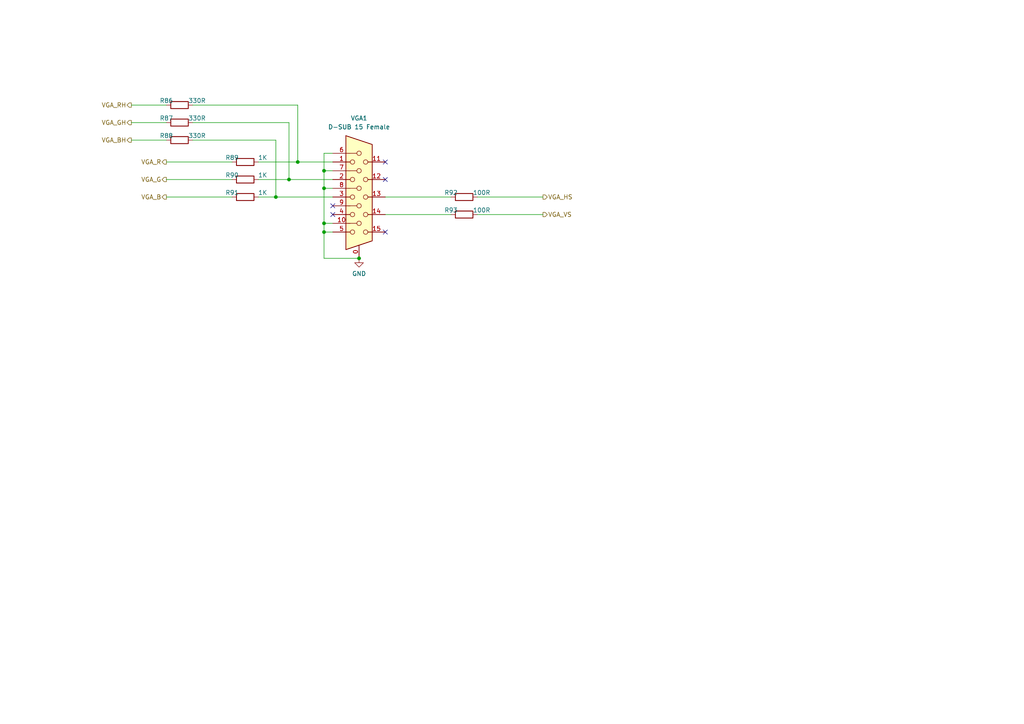
<source format=kicad_sch>
(kicad_sch (version 20250114) (generator "eeschema") (generator_version "9.0")
  (paper "A4")
  (title_block (title "TurboFRANK") (date "2025-03-03") (rev "1.02") (company "Mikhail Matveev") (comment 1 "https://github.com/xtremespb/frank"))
  (lib_symbols
    (symbol "Device:R" (pin_numbers (hide yes)) (pin_names (offset 0))
      (property "Reference" "R" (at 2.032 0 90))
      (property "Value" "R" (at 0 0 90))
      (symbol "R_0_1"
        (rectangle (start -1.016 -2.54) (end 1.016 2.54) (stroke (width 0.254)))
      )
      (symbol "R_1_1"
        (pin passive line (at 0 3.81 270) (length 1.27) (name "~") (number "1"))
        (pin passive line (at 0 -3.81 90) (length 1.27) (name "~") (number "2"))
      )
    )
    (symbol "FRANK:VGA" (pin_names (offset 1.016) (hide yes))
      (property "Reference" "VGA1" (at 0 22.86 0))
      (property "Value" "VGA" (at 0 20.32 0))
      (symbol "VGA_0_1"
        (polyline (pts (xy -3.81 17.78) (xy -3.81 -15.24) (xy 3.81 -12.7) (xy 3.81 15.24) (xy -3.81 17.78)) (stroke (width 0.254)) (fill (type background)))
        (polyline (pts (xy -3.175 7.62) (xy -0.635 7.62)))
        (circle (center -1.905 10.16) (radius 0.635))
        (circle (center -1.905 5.08) (radius 0.635))
        (circle (center -1.905 0) (radius 0.635))
        (circle (center -1.905 -5.08) (radius 0.635))
        (circle (center -1.905 -10.16) (radius 0.635))
        (polyline (pts (xy -0.635 12.7) (xy -3.175 12.7)))
        (polyline (pts (xy -0.635 2.54) (xy -3.175 2.54)))
        (polyline (pts (xy -0.635 -2.54) (xy -3.175 -2.54)))
        (polyline (pts (xy -0.635 -7.62) (xy -3.175 -7.62)))
        (circle (center 0 12.7) (radius 0.635))
        (circle (center 0 7.62) (radius 0.635))
        (circle (center 0 2.54) (radius 0.635))
        (circle (center 0 -2.54) (radius 0.635))
        (circle (center 0 -7.62) (radius 0.635))
        (circle (center 1.905 10.16) (radius 0.635))
        (circle (center 1.905 5.08) (radius 0.635))
        (circle (center 1.905 0) (radius 0.635))
        (circle (center 1.905 -5.08) (radius 0.635))
        (circle (center 1.905 -10.16) (radius 0.635))
      )
      (symbol "VGA_1_1"
        (pin passive line (at -7.62 12.7 0) (length 5.08) (name "~") (number "6"))
        (pin passive line (at -7.62 10.16 0) (length 5.08) (name "~") (number "1"))
        (pin passive line (at -7.62 7.62 0) (length 5.08) (name "~") (number "7"))
        (pin passive line (at -7.62 5.08 0) (length 5.08) (name "~") (number "2"))
        (pin passive line (at -7.62 2.54 0) (length 5.08) (name "~") (number "8"))
        (pin passive line (at -7.62 0 0) (length 5.08) (name "~") (number "3"))
        (pin passive line (at -7.62 -2.54 0) (length 5.08) (name "~") (number "9"))
        (pin passive line (at -7.62 -5.08 0) (length 5.08) (name "~") (number "4"))
        (pin passive line (at -7.62 -7.62 0) (length 5.08) (name "~") (number "10"))
        (pin passive line (at -7.62 -10.16 0) (length 5.08) (name "~") (number "5"))
        (pin passive line (at 0 -17.78 90) (length 3.81) (name "~") (number "0"))
        (pin passive line (at 7.62 10.16 180) (length 5.08) (name "~") (number "11"))
        (pin passive line (at 7.62 5.08 180) (length 5.08) (name "~") (number "12"))
        (pin passive line (at 7.62 0 180) (length 5.08) (name "~") (number "13"))
        (pin passive line (at 7.62 -5.08 180) (length 5.08) (name "~") (number "14"))
        (pin passive line (at 7.62 -10.16 180) (length 5.08) (name "~") (number "15"))
      )
    )
    (symbol "power:GND" (power) (pin_numbers (hide yes)) (pin_names (offset 0) (hide yes))
      (property "Value" "GND" (at 0 -3.81 0))
      (symbol "GND_0_1"
        (polyline (pts (xy 0 0) (xy 0 -1.27) (xy 1.27 -1.27) (xy 0 -2.54) (xy -1.27 -1.27) (xy 0 -1.27)))
      )
      (symbol "GND_1_1"
        (pin power_in line (at 0 0 270) (length 0) (name "~") (number "1"))
      )
    )
  )
  (junction (at 83.82 52.07))
  (junction (at 104.14 74.93))
  (junction (at 93.98 54.61))
  (junction (at 93.98 64.77))
  (junction (at 93.98 49.53))
  (junction (at 86.36 46.99))
  (junction (at 93.98 67.31))
  (junction (at 80.01 57.15))
  (no_connect (at 96.52 62.23))
  (no_connect (at 111.76 46.99))
  (no_connect (at 111.76 52.07))
  (no_connect (at 96.52 59.69))
  (no_connect (at 111.76 67.31))
  (wire (pts (xy 111.76 57.15) (xy 130.81 57.15)))
  (wire (pts (xy 104.14 74.93) (xy 93.98 74.93)))
  (wire (pts (xy 48.26 57.15) (xy 67.31 57.15)))
  (wire (pts (xy 55.88 35.56) (xy 83.82 35.56)))
  (wire (pts (xy 48.26 52.07) (xy 67.31 52.07)))
  (wire (pts (xy 111.76 62.23) (xy 130.81 62.23)))
  (wire (pts (xy 38.1 40.64) (xy 48.26 40.64)))
  (wire (pts (xy 83.82 35.56) (xy 83.82 52.07)))
  (wire (pts (xy 93.98 64.77) (xy 93.98 54.61)))
  (wire (pts (xy 93.98 74.93) (xy 93.98 67.31)))
  (wire (pts (xy 74.93 52.07) (xy 83.82 52.07)))
  (wire (pts (xy 93.98 54.61) (xy 96.52 54.61)))
  (wire (pts (xy 138.43 57.15) (xy 157.48 57.15)))
  (wire (pts (xy 93.98 67.31) (xy 96.52 67.31)))
  (wire (pts (xy 74.93 46.99) (xy 86.36 46.99)))
  (wire (pts (xy 93.98 67.31) (xy 93.98 64.77)))
  (wire (pts (xy 74.93 57.15) (xy 80.01 57.15)))
  (wire (pts (xy 93.98 49.53) (xy 96.52 49.53)))
  (wire (pts (xy 55.88 40.64) (xy 80.01 40.64)))
  (wire (pts (xy 80.01 57.15) (xy 96.52 57.15)))
  (wire (pts (xy 48.26 46.99) (xy 67.31 46.99)))
  (wire (pts (xy 55.88 30.48) (xy 86.36 30.48)))
  (wire (pts (xy 93.98 64.77) (xy 96.52 64.77)))
  (wire (pts (xy 93.98 49.53) (xy 93.98 44.45)))
  (wire (pts (xy 93.98 54.61) (xy 93.98 49.53)))
  (wire (pts (xy 93.98 44.45) (xy 96.52 44.45)))
  (wire (pts (xy 86.36 30.48) (xy 86.36 46.99)))
  (wire (pts (xy 86.36 46.99) (xy 96.52 46.99)))
  (wire (pts (xy 38.1 35.56) (xy 48.26 35.56)))
  (wire (pts (xy 83.82 52.07) (xy 96.52 52.07)))
  (wire (pts (xy 138.43 62.23) (xy 157.48 62.23)))
  (wire (pts (xy 80.01 40.64) (xy 80.01 57.15)))
  (wire (pts (xy 38.1 30.48) (xy 48.26 30.48)))
  (hierarchical_label "VGA_RH" (shape output) (at 38.1 30.48 180))
  (hierarchical_label "VGA_GH" (shape output) (at 38.1 35.56 180))
  (hierarchical_label "VGA_BH" (shape output) (at 38.1 40.64 180))
  (hierarchical_label "VGA_R" (shape output) (at 48.26 46.99 180))
  (hierarchical_label "VGA_B" (shape output) (at 48.26 57.15 180))
  (hierarchical_label "VGA_HS" (shape output) (at 157.48 57.15 0))
  (hierarchical_label "VGA_G" (shape output) (at 48.26 52.07 180))
  (hierarchical_label "VGA_VS" (shape output) (at 157.48 62.23 0))
  (symbol (lib_id "Device:R") (at 52.07 40.64 90) (unit 1)
    (property "Reference" "R88" (at 48.26 39.37 90))
    (property "Value" "330R" (at 57.15 39.37 90))
    (property "Footprint" "FRANK:Resistor (0805)" (effects (hide yes)))
    (property "Datasheet" "https://www.vishay.com/docs/28952/mcs0402at-mct0603at-mcu0805at-mca1206at.pdf" (effects (hide yes)))
    (property "AliExpress" "https://www.aliexpress.com/item/1005005945735199.html" (effects (hide yes)))
  )
  (symbol (lib_id "Device:R") (at 134.62 62.23 90) (unit 1)
    (property "Reference" "R93" (at 130.81 60.96 90))
    (property "Value" "100R" (at 139.7 60.96 90))
    (property "Footprint" "FRANK:Resistor (0805)" (effects (hide yes)))
    (property "Datasheet" "https://www.vishay.com/docs/28952/mcs0402at-mct0603at-mcu0805at-mca1206at.pdf" (effects (hide yes)))
    (property "AliExpress" "https://www.aliexpress.com/item/1005005945735199.html" (effects (hide yes)))
  )
  (symbol (lib_id "FRANK:VGA") (at 104.14 57.15 0) (unit 1)
    (property "Reference" "VGA1" (at 104.14 34.29 0))
    (property "Value" "D-SUB 15 Female" (at 104.14 36.83 0))
    (property "Footprint" "FRANK:D-SUB (15 pin, female)" (effects (hide yes)))
    (property "AliExpress" "https://www.aliexpress.com/item/32842951548.html" (effects (hide yes)))
  )
  (symbol (lib_id "Device:R") (at 71.12 52.07 90) (unit 1)
    (property "Reference" "R90" (at 67.31 50.8 90))
    (property "Value" "1K" (at 76.2 50.8 90))
    (property "Footprint" "FRANK:Resistor (0805)" (effects (hide yes)))
    (property "Datasheet" "https://www.vishay.com/docs/28952/mcs0402at-mct0603at-mcu0805at-mca1206at.pdf" (effects (hide yes)))
    (property "AliExpress" "https://www.aliexpress.com/item/1005005945735199.html" (effects (hide yes)))
  )
  (symbol (lib_id "power:GND") (at 104.14 74.93 0) (unit 1)
    (property "Reference" "#PWR0103" (effects (hide yes)))
    (property "Value" "GND" (at 104.14 79.3734 0))
    (property "Description" "Power symbol creates a global label with name \"GND\" , ground" (effects (hide yes)))
  )
  (symbol (lib_id "Device:R") (at 71.12 46.99 90) (unit 1)
    (property "Reference" "R89" (at 67.31 45.72 90))
    (property "Value" "1K" (at 76.2 45.72 90))
    (property "Footprint" "FRANK:Resistor (0805)" (effects (hide yes)))
    (property "Datasheet" "https://www.vishay.com/docs/28952/mcs0402at-mct0603at-mcu0805at-mca1206at.pdf" (effects (hide yes)))
    (property "AliExpress" "https://www.aliexpress.com/item/1005005945735199.html" (effects (hide yes)))
  )
  (symbol (lib_id "Device:R") (at 134.62 57.15 90) (unit 1)
    (property "Reference" "R92" (at 130.81 55.88 90))
    (property "Value" "100R" (at 139.7 55.88 90))
    (property "Footprint" "FRANK:Resistor (0805)" (effects (hide yes)))
    (property "Datasheet" "https://www.vishay.com/docs/28952/mcs0402at-mct0603at-mcu0805at-mca1206at.pdf" (effects (hide yes)))
    (property "AliExpress" "https://www.aliexpress.com/item/1005005945735199.html" (effects (hide yes)))
  )
  (symbol (lib_id "Device:R") (at 52.07 35.56 90) (unit 1)
    (property "Reference" "R87" (at 48.26 34.29 90))
    (property "Value" "330R" (at 57.15 34.29 90))
    (property "Footprint" "FRANK:Resistor (0805)" (effects (hide yes)))
    (property "Datasheet" "https://www.vishay.com/docs/28952/mcs0402at-mct0603at-mcu0805at-mca1206at.pdf" (effects (hide yes)))
    (property "AliExpress" "https://www.aliexpress.com/item/1005005945735199.html" (effects (hide yes)))
  )
  (symbol (lib_id "Device:R") (at 52.07 30.48 90) (unit 1)
    (property "Reference" "R86" (at 48.26 29.21 90))
    (property "Value" "330R" (at 57.15 29.21 90))
    (property "Footprint" "FRANK:Resistor (0805)" (effects (hide yes)))
    (property "Datasheet" "https://www.vishay.com/docs/28952/mcs0402at-mct0603at-mcu0805at-mca1206at.pdf" (effects (hide yes)))
    (property "AliExpress" "https://www.aliexpress.com/item/1005005945735199.html" (effects (hide yes)))
  )
  (symbol (lib_id "Device:R") (at 71.12 57.15 90) (unit 1)
    (property "Reference" "R91" (at 67.31 55.88 90))
    (property "Value" "1K" (at 76.2 55.88 90))
    (property "Footprint" "FRANK:Resistor (0805)" (effects (hide yes)))
    (property "Datasheet" "https://www.vishay.com/docs/28952/mcs0402at-mct0603at-mcu0805at-mca1206at.pdf" (effects (hide yes)))
    (property "AliExpress" "https://www.aliexpress.com/item/1005005945735199.html" (effects (hide yes)))
  )
)
</source>
